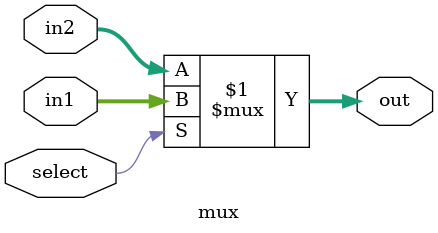
<source format=v>
module mux(in1, in2, select, out);

	input [31:0] in1;
	input [31:0] in2; 
	input select; 
	output [31:0] out;

	assign out = (select)? in1 : in2;

endmodule

</source>
